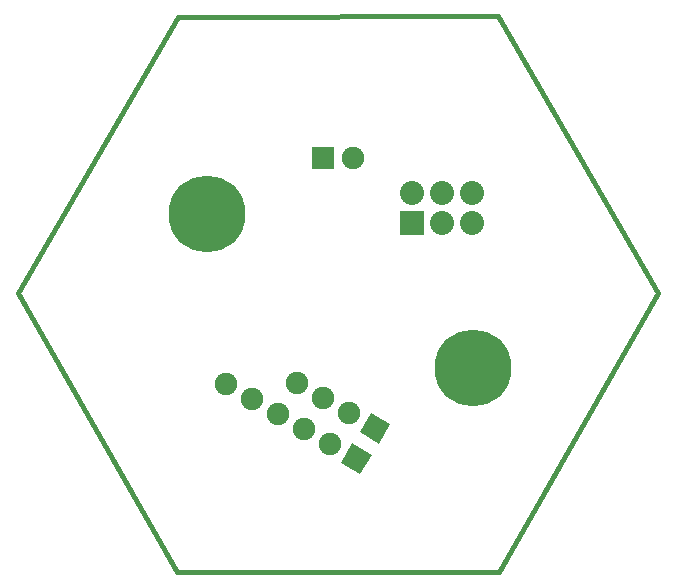
<source format=gts>
G04 (created by PCBNEW-RS274X (2011-07-08 BZR 3044)-stable) date 5/7/2013 10:27:45 AM*
G01*
G70*
G90*
%MOIN*%
G04 Gerber Fmt 3.4, Leading zero omitted, Abs format*
%FSLAX34Y34*%
G04 APERTURE LIST*
%ADD10C,0.006000*%
%ADD11C,0.015000*%
%ADD12R,0.075000X0.075000*%
%ADD13C,0.075000*%
%ADD14R,0.080000X0.080000*%
%ADD15C,0.080000*%
%ADD16C,0.256200*%
%ADD17C,0.043600*%
G04 APERTURE END LIST*
G54D10*
G54D11*
X33980Y-28089D02*
X33972Y-28082D01*
X28661Y-37298D02*
X33980Y-28089D01*
X33965Y-46589D02*
X28661Y-37298D01*
X44697Y-46589D02*
X33965Y-46589D01*
X49996Y-37302D02*
X44697Y-46589D01*
X44646Y-28070D02*
X49996Y-37302D01*
X33972Y-28082D02*
X44646Y-28070D01*
G54D12*
X38831Y-32789D03*
G54D13*
X39831Y-32789D03*
G54D10*
G36*
X40433Y-42682D02*
X40058Y-43331D01*
X39409Y-42956D01*
X39784Y-42307D01*
X40433Y-42682D01*
X40433Y-42682D01*
G37*
G54D13*
X39055Y-42319D03*
X38189Y-41819D03*
X37323Y-41319D03*
X36457Y-40819D03*
X35591Y-40319D03*
G54D10*
G36*
X41063Y-41670D02*
X40688Y-42319D01*
X40039Y-41944D01*
X40414Y-41295D01*
X41063Y-41670D01*
X41063Y-41670D01*
G37*
G54D13*
X39685Y-41307D03*
X38819Y-40807D03*
X37953Y-40307D03*
G54D14*
X41791Y-34958D03*
G54D15*
X41791Y-33958D03*
X42791Y-34958D03*
X42791Y-33958D03*
X43791Y-34958D03*
X43791Y-33958D03*
G54D16*
X43803Y-39797D03*
G54D17*
X43803Y-38911D03*
X43803Y-40683D03*
X44571Y-39354D03*
X44571Y-40240D03*
X43035Y-39354D03*
X43035Y-40240D03*
G54D16*
X34937Y-34679D03*
G54D17*
X34937Y-33793D03*
X34937Y-35565D03*
X35705Y-34236D03*
X35705Y-35122D03*
X34169Y-34236D03*
X34169Y-35122D03*
M02*

</source>
